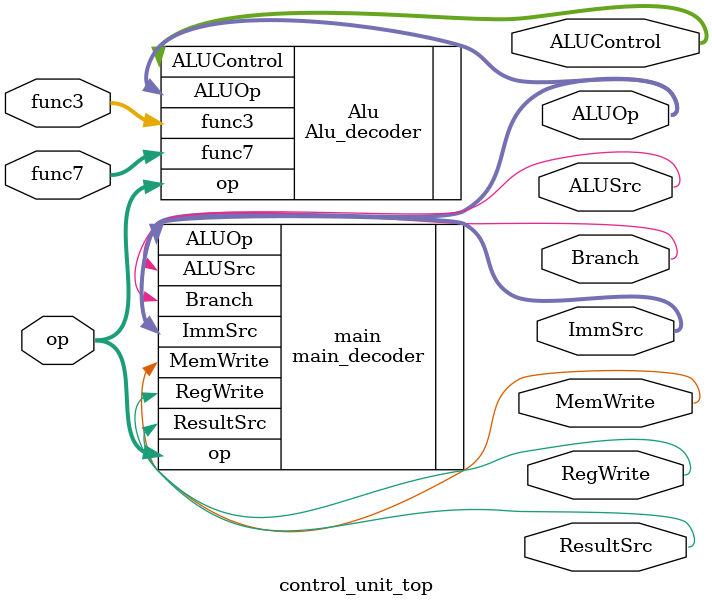
<source format=v>
`include "main_decoder.v"
`include "Alu_decoder.v"


module control_unit_top(op,RegWrite,MemWrite,ResultSrc,ALUSrc,Branch,ImmSrc,func3,func7,ALUOp,ALUControl);

    input [6:0]op,func7;
    input [2:0]func3;
    output RegWrite,ALUSrc,MemWrite,ResultSrc,Branch;
    output [1:0]ImmSrc,ALUOp;
    output [2:0]ALUControl;

    wire [1:0] ALUOp;

    main_decoder main (
                    .op(op),
            //        .zero(),
                    .RegWrite(RegWrite),
                    .MemWrite(MemWrite),
                    .ResultSrc(ResultSrc),
                    .ALUSrc(ALUSrc), 
                    .ImmSrc(ImmSrc),
                    .ALUOp(ALUOp), 
                    .Branch(Branch)
           //         .PCSrc()
    );

    Alu_decoder Alu(
                    .func3(func3),
                    .func7(func7),
                    .ALUOp(ALUOp),
                    .ALUControl(ALUControl),
                    .op(op)
             
    );

endmodule

</source>
